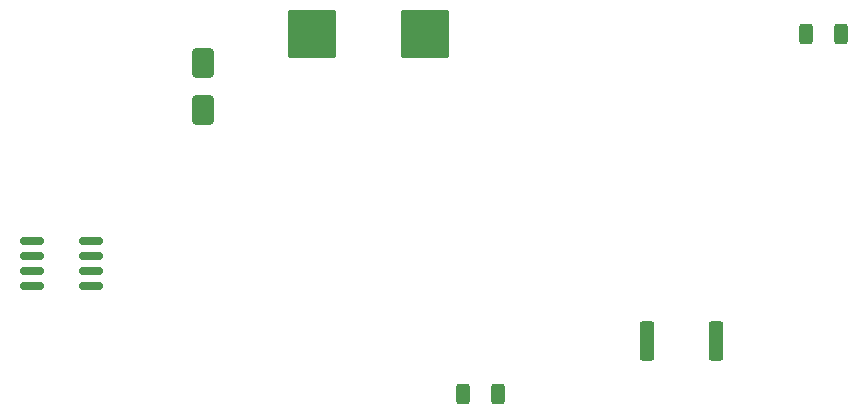
<source format=gtp>
%TF.GenerationSoftware,KiCad,Pcbnew,9.0.2*%
%TF.CreationDate,2025-06-03T22:33:05+02:00*%
%TF.ProjectId,schaltung,73636861-6c74-4756-9e67-2e6b69636164,rev?*%
%TF.SameCoordinates,Original*%
%TF.FileFunction,Paste,Top*%
%TF.FilePolarity,Positive*%
%FSLAX46Y46*%
G04 Gerber Fmt 4.6, Leading zero omitted, Abs format (unit mm)*
G04 Created by KiCad (PCBNEW 9.0.2) date 2025-06-03 22:33:05*
%MOMM*%
%LPD*%
G01*
G04 APERTURE LIST*
G04 Aperture macros list*
%AMRoundRect*
0 Rectangle with rounded corners*
0 $1 Rounding radius*
0 $2 $3 $4 $5 $6 $7 $8 $9 X,Y pos of 4 corners*
0 Add a 4 corners polygon primitive as box body*
4,1,4,$2,$3,$4,$5,$6,$7,$8,$9,$2,$3,0*
0 Add four circle primitives for the rounded corners*
1,1,$1+$1,$2,$3*
1,1,$1+$1,$4,$5*
1,1,$1+$1,$6,$7*
1,1,$1+$1,$8,$9*
0 Add four rect primitives between the rounded corners*
20,1,$1+$1,$2,$3,$4,$5,0*
20,1,$1+$1,$4,$5,$6,$7,0*
20,1,$1+$1,$6,$7,$8,$9,0*
20,1,$1+$1,$8,$9,$2,$3,0*%
G04 Aperture macros list end*
%ADD10RoundRect,0.250002X-1.799998X-1.799998X1.799998X-1.799998X1.799998X1.799998X-1.799998X1.799998X0*%
%ADD11RoundRect,0.250000X-0.312500X-0.625000X0.312500X-0.625000X0.312500X0.625000X-0.312500X0.625000X0*%
%ADD12RoundRect,0.250000X0.362500X1.425000X-0.362500X1.425000X-0.362500X-1.425000X0.362500X-1.425000X0*%
%ADD13RoundRect,0.250000X-0.650000X1.000000X-0.650000X-1.000000X0.650000X-1.000000X0.650000X1.000000X0*%
%ADD14RoundRect,0.150000X-0.825000X-0.150000X0.825000X-0.150000X0.825000X0.150000X-0.825000X0.150000X0*%
G04 APERTURE END LIST*
D10*
%TO.C,L1*%
X121750000Y-56500000D03*
X112250000Y-56500000D03*
%TD*%
D11*
%TO.C,R3*%
X125037500Y-87000000D03*
X127962500Y-87000000D03*
%TD*%
%TO.C,R2*%
X154037500Y-56500000D03*
X156962500Y-56500000D03*
%TD*%
D12*
%TO.C,R1*%
X146462500Y-82500000D03*
X140537500Y-82500000D03*
%TD*%
D13*
%TO.C,D1*%
X103000000Y-59000000D03*
X103000000Y-63000000D03*
%TD*%
D14*
%TO.C,U1*%
X88525000Y-74095000D03*
X88525000Y-75365000D03*
X88525000Y-76635000D03*
X88525000Y-77905000D03*
X93475000Y-77905000D03*
X93475000Y-76635000D03*
X93475000Y-75365000D03*
X93475000Y-74095000D03*
%TD*%
M02*

</source>
